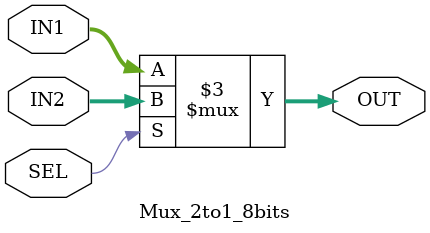
<source format=v>
`timescale 1ns / 1ps


module Mux_2to1_8bits(
    output reg [7:0] OUT,
    input wire [7:0] IN1,
    input wire [7:0] IN2,
    input wire SEL
);

always @(*) begin
    if(SEL)     OUT <= IN2;
    else        OUT <= IN1;
end

endmodule

</source>
